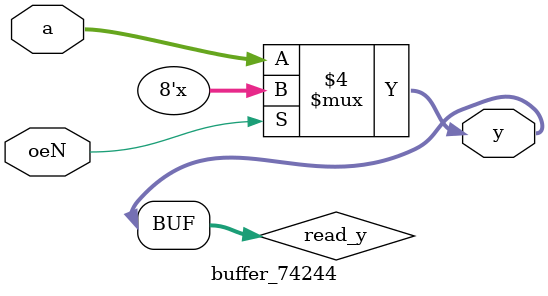
<source format=v>

module buffer_74244 (
    input           oeN,
    input  [7:0]    a,
    output [7:0]    y);

reg [7:0] read_y;

assign y = read_y;

always @ (oeN, a) begin
    if (1'b0 == oeN) begin
        read_y <= a;
    end else begin
        read_y <= 8'hzz;
    end
end
endmodule

</source>
